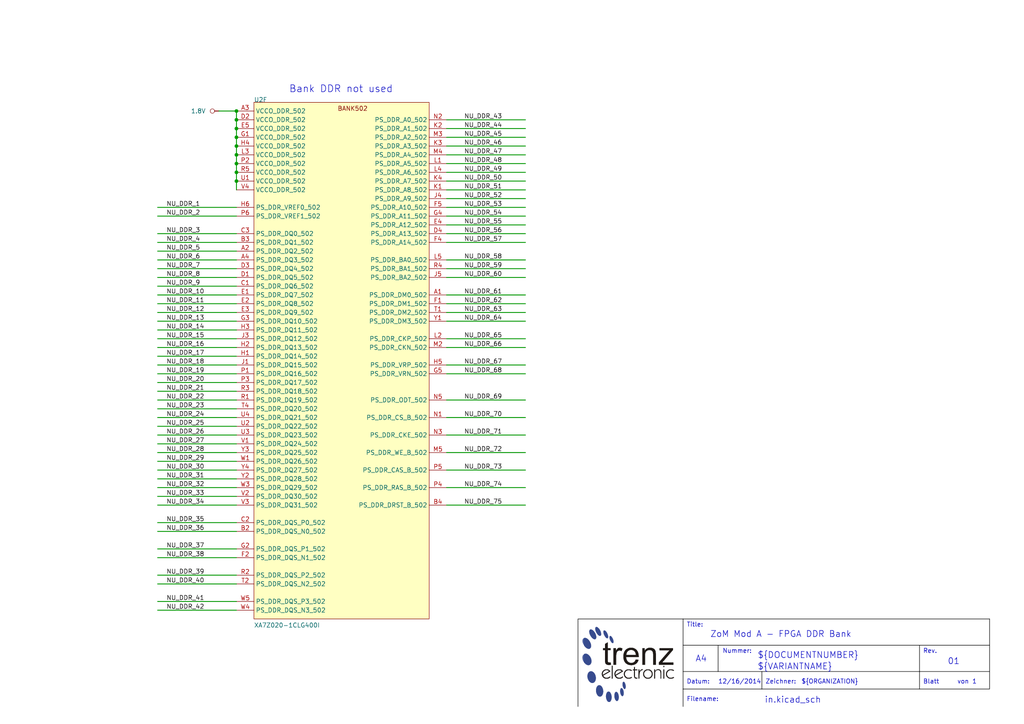
<source format=kicad_sch>
(kicad_sch (version 20230121) (generator eeschema)
  (paper "A4")
  (title_block (title "ZoM Mod A - FPGA DDR Bank") (date "12/16/2014") (rev "01"))
  (lib_symbols
    (symbol "TE0719-altium-import:1.8V" (power)
      (property "Reference" "#PWR" (at 0 0 0))
      (property "Value" "1.8V" (at 0 3.81 0))
      (symbol "1.8V_0_0"
        (circle (center 0 -1.905) (radius 0.635) (stroke (width 0.127)))
        (polyline (pts (xy 0 0) (xy 0 -1.27)) (stroke (width 0.254)))
        (pin power_in line (at 0 0 0) (length 0) hide (name "1.8V") (number ""))
      )
    )
    (symbol "TE0719-altium-import:PS-DDR_0_XC7Z020-2CLG400C"
      (symbol "PS-DDR_0_XC7Z020-2CLG400C_1_0"
        (rectangle (start 30.48 0) (end 0 -81.28) (fill (type background)))
        (text "BANK13" (at 20.32 -2.54 0) (effects (font (size 1.27 1.27)) (justify right bottom)))
        (pin bidirectional line (at -5.08 -60.96 0) (length 5.08) (name "IO_L19P_T3_13") (number "T5"))
        (pin power_in line (at -5.08 -5.08 0) (length 5.08) (name "VCCO_13") (number "T8"))
        (pin bidirectional line (at -5.08 -25.4 0) (length 5.08) (name "IO_L12P_T1_MRCC_13") (number "T9"))
        (pin bidirectional line (at -5.08 -27.94 0) (length 5.08) (name "IO_L12N_T1_MRCC_13") (number "U10"))
        (pin power_in line (at -5.08 -7.62 0) (length 5.08) (name "VCCO_13") (number "U11"))
        (pin bidirectional line (at -5.08 -63.5 0) (length 5.08) (name "IO_L19N_T3_VREF_13") (number "U5"))
        (pin bidirectional line (at -5.08 -20.32 0) (length 5.08) (name "IO_L11P_T1_SRCC_13") (number "U7"))
        (pin bidirectional line (at -5.08 -53.34 0) (length 5.08) (name "IO_L17N_T2_13") (number "U8"))
        (pin bidirectional line (at -5.08 -50.8 0) (length 5.08) (name "IO_L17P_T2_13") (number "U9"))
        (pin bidirectional line (at -5.08 -73.66 0) (length 5.08) (name "IO_L21N_T3_DQS_13") (number "V10"))
        (pin bidirectional line (at -5.08 -71.12 0) (length 5.08) (name "IO_L21P_T3_DQS_13") (number "V11"))
        (pin bidirectional line (at -5.08 -17.78 0) (length 5.08) (name "IO_L6N_T0_VREF_13") (number "V5"))
        (pin bidirectional line (at -5.08 -76.2 0) (length 5.08) (name "IO_L22P_T3_13") (number "V6"))
        (pin bidirectional line (at -5.08 -22.86 0) (length 5.08) (name "IO_L11N_T1_SRCC_13") (number "V7"))
        (pin bidirectional line (at -5.08 -40.64 0) (length 5.08) (name "IO_L15P_T2_DQS_13") (number "V8"))
        (pin bidirectional line (at -5.08 -45.72 0) (length 5.08) (name "IO_L16P_T2_13") (number "W10"))
        (pin bidirectional line (at -5.08 -55.88 0) (length 5.08) (name "IO_L18P_T2_13") (number "W11"))
        (pin bidirectional line (at -5.08 -78.74 0) (length 5.08) (name "IO_L22N_T3_13") (number "W6"))
        (pin power_in line (at -5.08 -10.16 0) (length 5.08) (name "VCCO_13") (number "W7"))
        (pin bidirectional line (at -5.08 -43.18 0) (length 5.08) (name "IO_L15N_T2_DQS_13") (number "W8"))
        (pin bidirectional line (at -5.08 -48.26 0) (length 5.08) (name "IO_L16N_T2_13") (number "W9"))
        (pin power_in line (at -5.08 -12.7 0) (length 5.08) (name "VCCO_13") (number "Y10"))
        (pin bidirectional line (at -5.08 -58.42 0) (length 5.08) (name "IO_L18N_T2_13") (number "Y11"))
        (pin bidirectional line (at -5.08 -66.04 0) (length 5.08) (name "IO_L20P_T3_13") (number "Y12"))
        (pin bidirectional line (at -5.08 -68.58 0) (length 5.08) (name "IO_L20N_T3_13") (number "Y13"))
        (pin bidirectional line (at -5.08 -33.02 0) (length 5.08) (name "IO_L13N_T2_MRCC_13") (number "Y6"))
        (pin bidirectional line (at -5.08 -30.48 0) (length 5.08) (name "IO_L13P_T2_MRCC_13") (number "Y7"))
        (pin bidirectional line (at -5.08 -38.1 0) (length 5.08) (name "IO_L14N_T2_SRCC_13") (number "Y8"))
        (pin bidirectional line (at -5.08 -35.56 0) (length 5.08) (name "IO_L14P_T2_SRCC_13") (number "Y9"))
      )
      (symbol "PS-DDR_0_XC7Z020-2CLG400C_2_0"
        (rectangle (start 58.42 0) (end 0 -81.28) (fill (type background)))
        (text "BANK34" (at 33.02 -2.54 0) (effects (font (size 1.27 1.27)) (justify right bottom)))
        (pin bidirectional line (at 63.5 -71.12 180) (length 5.08) (name "IO_L23P_T3_34") (number "N17"))
        (pin bidirectional line (at 63.5 -20.32 180) (length 5.08) (name "IO_L13P_T2_MRCC_34") (number "N18"))
        (pin power_in line (at -5.08 -5.08 0) (length 5.08) (name "VCCO_34") (number "N19"))
        (pin bidirectional line (at 63.5 -25.4 180) (length 5.08) (name "IO_L14P_T2_SRCC_34") (number "N20"))
        (pin bidirectional line (at -5.08 -60.96 0) (length 5.08) (name "IO_L6P_T0_34") (number "P14"))
        (pin bidirectional line (at 63.5 -76.2 180) (length 5.08) (name "IO_L24P_T3_34") (number "P15"))
        (pin bidirectional line (at 63.5 -78.74 180) (length 5.08) (name "IO_L24N_T3_34") (number "P16"))
        (pin bidirectional line (at 63.5 -73.66 180) (length 5.08) (name "IO_L23N_T3_34") (number "P18"))
        (pin bidirectional line (at 63.5 -22.86 180) (length 5.08) (name "IO_L13N_T2_MRCC_34") (number "P19"))
        (pin bidirectional line (at 63.5 -27.94 180) (length 5.08) (name "IO_L14N_T2_SRCC_34") (number "P20"))
        (pin bidirectional line (at -5.08 -63.5 0) (length 5.08) (name "IO_L6N_T0_VREF_34") (number "R14"))
        (pin power_in line (at -5.08 -7.62 0) (length 5.08) (name "VCCO_34") (number "R15"))
        (pin bidirectional line (at 63.5 -50.8 180) (length 5.08) (name "IO_L19P_T3_34") (number "R16"))
        (pin bidirectional line (at 63.5 -53.34 180) (length 5.08) (name "IO_L19N_T3_VREF_34") (number "R17"))
        (pin bidirectional line (at 63.5 -58.42 180) (length 5.08) (name "IO_L20N_T3_34") (number "R18"))
        (pin bidirectional line (at -5.08 -25.4 0) (length 5.08) (name "IO_0_34") (number "R19"))
        (pin bidirectional line (at -5.08 -38.1 0) (length 5.08) (name "IO_L1N_T0_34") (number "T10"))
        (pin bidirectional line (at -5.08 -35.56 0) (length 5.08) (name "IO_L1P_T0_34") (number "T11"))
        (pin bidirectional line (at -5.08 -40.64 0) (length 5.08) (name "IO_L2P_T0_34") (number "T12"))
        (pin bidirectional line (at -5.08 -55.88 0) (length 5.08) (name "IO_L5P_T0_34") (number "T14"))
        (pin bidirectional line (at -5.08 -58.42 0) (length 5.08) (name "IO_L5N_T0_34") (number "T15"))
        (pin bidirectional line (at -5.08 -76.2 0) (length 5.08) (name "IO_L9P_T1_DQS_34") (number "T16"))
        (pin bidirectional line (at 63.5 -55.88 180) (length 5.08) (name "IO_L20P_T3_34") (number "T17"))
        (pin power_in line (at -5.08 -10.16 0) (length 5.08) (name "VCCO_34") (number "T18"))
        (pin bidirectional line (at -5.08 -30.48 0) (length 5.08) (name "IO_25_34") (number "T19"))
        (pin bidirectional line (at 63.5 -30.48 180) (length 5.08) (name "IO_L15P_T2_DQS_34") (number "T20"))
        (pin bidirectional line (at -5.08 -43.18 0) (length 5.08) (name "IO_L2N_T0_34") (number "U12"))
        (pin bidirectional line (at -5.08 -45.72 0) (length 5.08) (name "IO_L3P_T0_DQS_PUDC_B_34") (number "U13"))
        (pin bidirectional line (at 63.5 -10.16 180) (length 5.08) (name "IO_L11P_T1_SRCC_34") (number "U14"))
        (pin bidirectional line (at 63.5 -12.7 180) (length 5.08) (name "IO_L11N_T1_SRCC_34") (number "U15"))
        (pin bidirectional line (at -5.08 -78.74 0) (length 5.08) (name "IO_L9N_T1_DQS_34") (number "U17"))
        (pin bidirectional line (at 63.5 -15.24 180) (length 5.08) (name "IO_L12P_T1_MRCC_34") (number "U18"))
        (pin bidirectional line (at 63.5 -17.78 180) (length 5.08) (name "IO_L12N_T1_MRCC_34") (number "U19"))
        (pin bidirectional line (at 63.5 -33.02 180) (length 5.08) (name "IO_L15N_T2_DQS_34") (number "U20"))
        (pin bidirectional line (at -5.08 -50.8 0) (length 5.08) (name "IO_L4P_T0_34") (number "V12"))
        (pin bidirectional line (at -5.08 -48.26 0) (length 5.08) (name "IO_L3N_T0_DQS_34") (number "V13"))
        (pin power_in line (at -5.08 -12.7 0) (length 5.08) (name "VCCO_34") (number "V14"))
        (pin bidirectional line (at 63.5 -5.08 180) (length 5.08) (name "IO_L10P_T1_34") (number "V15"))
        (pin bidirectional line (at 63.5 -45.72 180) (length 5.08) (name "IO_L18P_T2_34") (number "V16"))
        (pin bidirectional line (at 63.5 -60.96 180) (length 5.08) (name "IO_L21P_T3_DQS_34") (number "V17"))
        (pin bidirectional line (at 63.5 -63.5 180) (length 5.08) (name "IO_L21N_T3_DQS_34") (number "V18"))
        (pin bidirectional line (at 63.5 -35.56 180) (length 5.08) (name "IO_L16P_T2_34") (number "V20"))
        (pin bidirectional line (at -5.08 -53.34 0) (length 5.08) (name "IO_L4N_T0_34") (number "W13"))
        (pin bidirectional line (at -5.08 -71.12 0) (length 5.08) (name "IO_L8P_T1_34") (number "W14"))
        (pin bidirectional line (at 63.5 -7.62 180) (length 5.08) (name "IO_L10N_T1_34") (number "W15"))
        (pin bidirectional line (at 63.5 -48.26 180) (length 5.08) (name "IO_L18N_T2_34") (number "W16"))
        (pin power_in line (at -5.08 -15.24 0) (length 5.08) (name "VCCO_34") (number "W17"))
        (pin bidirectional line (at 63.5 -66.04 180) (length 5.08) (name "IO_L22P_T3_34") (number "W18"))
        (pin bidirectional line (at 63.5 -68.58 180) (length 5.08) (name "IO_L22N_T3_34") (number "W19"))
        (pin bidirectional line (at 63.5 -38.1 180) (length 5.08) (name "IO_L16N_T2_34") (number "W20"))
        (pin bidirectional line (at -5.08 -73.66 0) (length 5.08) (name "IO_L8N_T1_34") (number "Y14"))
        (pin bidirectional line (at -5.08 -66.04 0) (length 5.08) (name "IO_L7P_T1_34") (number "Y16"))
        (pin bidirectional line (at -5.08 -68.58 0) (length 5.08) (name "IO_L7N_T1_34") (number "Y17"))
        (pin bidirectional line (at 63.5 -40.64 180) (length 5.08) (name "IO_L17P_T2_34") (number "Y18"))
        (pin bidirectional line (at 63.5 -43.18 180) (length 5.08) (name "IO_L17N_T2_34") (number "Y19"))
        (pin power_in line (at -5.08 -17.78 0) (length 5.08) (name "VCCO_34") (number "Y20"))
      )
      (symbol "PS-DDR_0_XC7Z020-2CLG400C_3_0"
        (rectangle (start 58.42 0) (end 0 -81.28) (fill (type background)))
        (text "BANK35" (at 33.02 -2.54 0) (effects (font (size 1.27 1.27)) (justify right bottom)))
        (pin bidirectional line (at -5.08 -43.18 0) (length 5.08) (name "IO_L2N_T0_AD8N_35") (number "A20"))
        (pin bidirectional line (at -5.08 -40.64 0) (length 5.08) (name "IO_L2P_T0_AD8P_35") (number "B19"))
        (pin bidirectional line (at -5.08 -38.1 0) (length 5.08) (name "IO_L1N_T0_AD0N_35") (number "B20"))
        (pin power_in line (at -5.08 -5.08 0) (length 5.08) (name "VCCO_35") (number "C19"))
        (pin bidirectional line (at -5.08 -35.56 0) (length 5.08) (name "IO_L1P_T0_AD0P_35") (number "C20"))
        (pin bidirectional line (at -5.08 -48.26 0) (length 5.08) (name "IO_L3N_T0_DQS_AD1N_35") (number "D18"))
        (pin bidirectional line (at -5.08 -50.8 0) (length 5.08) (name "IO_L4P_T0_35") (number "D19"))
        (pin bidirectional line (at -5.08 -53.34 0) (length 5.08) (name "IO_L4N_T0_35") (number "D20"))
        (pin bidirectional line (at -5.08 -45.72 0) (length 5.08) (name "IO_L3P_T0_DQS_AD1P_35") (number "E17"))
        (pin bidirectional line (at -5.08 -55.88 0) (length 5.08) (name "IO_L5P_T0_AD9P_35") (number "E18"))
        (pin bidirectional line (at -5.08 -58.42 0) (length 5.08) (name "IO_L5N_T0_AD9N_35") (number "E19"))
        (pin bidirectional line (at -5.08 -60.96 0) (length 5.08) (name "IO_L6P_T0_35") (number "F16"))
        (pin bidirectional line (at -5.08 -63.5 0) (length 5.08) (name "IO_L6N_T0_VREF_35") (number "F17"))
        (pin power_in line (at -5.08 -7.62 0) (length 5.08) (name "VCCO_35") (number "F18"))
        (pin bidirectional line (at 63.5 -30.48 180) (length 5.08) (name "IO_L15P_T2_DQS_AD12P_35") (number "F19"))
        (pin bidirectional line (at 63.5 -33.02 180) (length 5.08) (name "IO_L15N_T2_DQS_AD12N_35") (number "F20"))
        (pin bidirectional line (at -5.08 -25.4 0) (length 5.08) (name "IO_0_35") (number "G14"))
        (pin bidirectional line (at 63.5 -53.34 180) (length 5.08) (name "IO_L19N_T3_VREF_35") (number "G15"))
        (pin bidirectional line (at 63.5 -35.56 180) (length 5.08) (name "IO_L16P_T2_35") (number "G17"))
        (pin bidirectional line (at 63.5 -38.1 180) (length 5.08) (name "IO_L16N_T2_35") (number "G18"))
        (pin bidirectional line (at 63.5 -45.72 180) (length 5.08) (name "IO_L18P_T2_AD13P_35") (number "G19"))
        (pin bidirectional line (at 63.5 -48.26 180) (length 5.08) (name "IO_L18N_T2_AD13N_35") (number "G20"))
        (pin power_in line (at -5.08 -10.16 0) (length 5.08) (name "VCCO_35") (number "H14"))
        (pin bidirectional line (at 63.5 -50.8 180) (length 5.08) (name "IO_L19P_T3_35") (number "H15"))
        (pin bidirectional line (at 63.5 -20.32 180) (length 5.08) (name "IO_L13P_T2_MRCC_35") (number "H16"))
        (pin bidirectional line (at 63.5 -22.86 180) (length 5.08) (name "IO_L13N_T2_MRCC_35") (number "H17"))
        (pin bidirectional line (at 63.5 -27.94 180) (length 5.08) (name "IO_L14N_T2_AD4N_SRCC_35") (number "H18"))
        (pin bidirectional line (at 63.5 -43.18 180) (length 5.08) (name "IO_L17N_T2_AD5N_35") (number "H20"))
        (pin bidirectional line (at 63.5 -58.42 180) (length 5.08) (name "IO_L20N_T3_AD6N_35") (number "J14"))
        (pin bidirectional line (at -5.08 -30.48 0) (length 5.08) (name "IO_25_35") (number "J15"))
        (pin bidirectional line (at 63.5 -78.74 180) (length 5.08) (name "IO_L24N_T3_AD15N_35") (number "J16"))
        (pin power_in line (at -5.08 -12.7 0) (length 5.08) (name "VCCO_35") (number "J17"))
        (pin bidirectional line (at 63.5 -25.4 180) (length 5.08) (name "IO_L14P_T2_AD4P_SRCC_35") (number "J18"))
        (pin bidirectional line (at 63.5 -7.62 180) (length 5.08) (name "IO_L10N_T1_AD11N_35") (number "J19"))
        (pin bidirectional line (at 63.5 -40.64 180) (length 5.08) (name "IO_L17P_T2_AD5P_35") (number "J20"))
        (pin bidirectional line (at 63.5 -55.88 180) (length 5.08) (name "IO_L20P_T3_AD6P_35") (number "K14"))
        (pin bidirectional line (at 63.5 -76.2 180) (length 5.08) (name "IO_L24P_T3_AD15P_35") (number "K16"))
        (pin bidirectional line (at 63.5 -15.24 180) (length 5.08) (name "IO_L12P_T1_MRCC_35") (number "K17"))
        (pin bidirectional line (at 63.5 -17.78 180) (length 5.08) (name "IO_L12N_T1_MRCC_35") (number "K18"))
        (pin bidirectional line (at 63.5 -5.08 180) (length 5.08) (name "IO_L10P_T1_AD11P_35") (number "K19"))
        (pin power_in line (at -5.08 -15.24 0) (length 5.08) (name "VCCO_35") (number "K20"))
        (pin bidirectional line (at 63.5 -66.04 180) (length 5.08) (name "IO_L22P_T3_AD7P_35") (number "L14"))
        (pin bidirectional line (at 63.5 -68.58 180) (length 5.08) (name "IO_L22N_T3_AD7N_35") (number "L15"))
        (pin bidirectional line (at 63.5 -10.16 180) (length 5.08) (name "IO_L11P_T1_SRCC_35") (number "L16"))
        (pin bidirectional line (at 63.5 -12.7 180) (length 5.08) (name "IO_L11N_T1_SRCC_35") (number "L17"))
        (pin bidirectional line (at -5.08 -76.2 0) (length 5.08) (name "IO_L9P_T1_DQS_AD3P_35") (number "L19"))
        (pin bidirectional line (at -5.08 -78.74 0) (length 5.08) (name "IO_L9N_T1_DQS_AD3N_35") (number "L20"))
        (pin bidirectional line (at 63.5 -71.12 180) (length 5.08) (name "IO_L23P_T3_35") (number "M14"))
        (pin bidirectional line (at 63.5 -73.66 180) (length 5.08) (name "IO_L23N_T3_35") (number "M15"))
        (pin power_in line (at -5.08 -17.78 0) (length 5.08) (name "VCCO_35") (number "M16"))
        (pin bidirectional line (at -5.08 -71.12 0) (length 5.08) (name "IO_L8P_T1_AD10P_35") (number "M17"))
        (pin bidirectional line (at -5.08 -73.66 0) (length 5.08) (name "IO_L8N_T1_AD10N_35") (number "M18"))
        (pin bidirectional line (at -5.08 -66.04 0) (length 5.08) (name "IO_L7P_T1_AD2P_35") (number "M19"))
        (pin bidirectional line (at -5.08 -68.58 0) (length 5.08) (name "IO_L7N_T1_AD2N_35") (number "M20"))
        (pin bidirectional line (at 63.5 -60.96 180) (length 5.08) (name "IO_L21P_T3_DQS_AD14P_35") (number "N15"))
        (pin bidirectional line (at 63.5 -63.5 180) (length 5.08) (name "IO_L21N_T3_DQS_AD14N_35") (number "N16"))
      )
      (symbol "PS-DDR_0_XC7Z020-2CLG400C_4_0"
        (rectangle (start 45.72 0) (end 0 -35.56) (fill (type background)))
        (text "BANK500" (at 27.94 -2.54 0) (effects (font (size 1.27 1.27)) (justify right bottom)))
        (pin bidirectional line (at 50.8 -10.16 180) (length 5.08) (name "PS_MIO6_500") (number "A5"))
        (pin bidirectional line (at 50.8 -7.62 180) (length 5.08) (name "PS_MIO5_500") (number "A6"))
        (pin bidirectional line (at -5.08 -27.94 0) (length 5.08) (name "PS_MIO1_500") (number "A7"))
        (pin bidirectional line (at 50.8 -17.78 180) (length 5.08) (name "PS_MIO9_500") (number "B5"))
        (pin power_in line (at -5.08 -5.08 0) (length 5.08) (name "VCCO_MIO0_500") (number "B6"))
        (pin bidirectional line (at 50.8 -5.08 180) (length 5.08) (name "PS_MIO4_500") (number "B7"))
        (pin bidirectional line (at -5.08 -30.48 0) (length 5.08) (name "PS_MIO2_500") (number "B8"))
        (pin bidirectional line (at 50.8 -30.48 180) (length 5.08) (name "PS_MIO14_500") (number "C5"))
        (pin bidirectional line (at 50.8 -22.86 180) (length 5.08) (name "PS_MIO11_500") (number "C6"))
        (pin input line (at -5.08 -17.78 0) (length 5.08) (name "PS_POR_B_500") (number "C7"))
        (pin bidirectional line (at 50.8 -33.02 180) (length 5.08) (name "PS_MIO15_500") (number "C8"))
        (pin bidirectional line (at 50.8 -15.24 180) (length 5.08) (name "PS_MIO8_500") (number "D5"))
        (pin bidirectional line (at -5.08 -33.02 0) (length 5.08) (name "PS_MIO3_500") (number "D6"))
        (pin power_in line (at -5.08 -7.62 0) (length 5.08) (name "VCCO_MIO0_500") (number "D7"))
        (pin bidirectional line (at 50.8 -12.7 180) (length 5.08) (name "PS_MIO7_500") (number "D8"))
        (pin bidirectional line (at 50.8 -25.4 180) (length 5.08) (name "PS_MIO12_500") (number "D9"))
        (pin bidirectional line (at -5.08 -25.4 0) (length 5.08) (name "PS_MIO0_500") (number "E6"))
        (pin input line (at -5.08 -12.7 0) (length 5.08) (name "PS_CLK_500") (number "E7"))
        (pin bidirectional line (at 50.8 -27.94 180) (length 5.08) (name "PS_MIO13_500") (number "E8"))
        (pin bidirectional line (at 50.8 -20.32 180) (length 5.08) (name "PS_MIO10_500") (number "E9"))
      )
      (symbol "PS-DDR_0_XC7Z020-2CLG400C_5_0"
        (rectangle (start 50.8 0) (end 0 -66.04) (fill (type background)))
        (text "BANK501" (at 30.48 -2.54 0) (effects (font (size 1.27 1.27)) (justify right bottom)))
        (pin bidirectional line (at 55.88 -22.86 180) (length 5.08) (name "PS_MIO37_501") (number "A10"))
        (pin bidirectional line (at 55.88 -20.32 180) (length 5.08) (name "PS_MIO36_501") (number "A11"))
        (pin bidirectional line (at 55.88 -15.24 180) (length 5.08) (name "PS_MIO34_501") (number "A12"))
        (pin power_in line (at -5.08 -5.08 0) (length 5.08) (name "VCCO_MIO1_501") (number "A13"))
        (pin bidirectional line (at 55.88 -10.16 180) (length 5.08) (name "PS_MIO32_501") (number "A14"))
        (pin bidirectional line (at -5.08 -55.88 0) (length 5.08) (name "PS_MIO26_501") (number "A15"))
        (pin bidirectional line (at -5.08 -50.8 0) (length 5.08) (name "PS_MIO24_501") (number "A16"))
        (pin bidirectional line (at -5.08 -40.64 0) (length 5.08) (name "PS_MIO20_501") (number "A17"))
        (pin bidirectional line (at -5.08 -30.48 0) (length 5.08) (name "PS_MIO16_501") (number "A19"))
        (pin bidirectional line (at 55.88 -38.1 180) (length 5.08) (name "PS_MIO43_501") (number "A9"))
        (pin passive line (at -5.08 -22.86 0) (length 5.08) (name "PS_SRST_B_501") (number "B10"))
        (pin bidirectional line (at 55.88 -50.8 180) (length 5.08) (name "PS_MIO48_501") (number "B12"))
        (pin bidirectional line (at 55.88 -55.88 180) (length 5.08) (name "PS_MIO50_501") (number "B13"))
        (pin bidirectional line (at 55.88 -48.26 180) (length 5.08) (name "PS_MIO47_501") (number "B14"))
        (pin bidirectional line (at 55.88 -43.18 180) (length 5.08) (name "PS_MIO45_501") (number "B15"))
        (pin power_in line (at -5.08 -7.62 0) (length 5.08) (name "VCCO_MIO1_501") (number "B16"))
        (pin bidirectional line (at -5.08 -45.72 0) (length 5.08) (name "PS_MIO22_501") (number "B17"))
        (pin bidirectional line (at -5.08 -35.56 0) (length 5.08) (name "PS_MIO18_501") (number "B18"))
        (pin bidirectional line (at 55.88 -58.42 180) (length 5.08) (name "PS_MIO51_501") (number "B9"))
        (pin bidirectional line (at 55.88 -60.96 180) (length 5.08) (name "PS_MIO52_501") (number "C10"))
        (pin bidirectional line (at 55.88 -63.5 180) (length 5.08) (name "PS_MIO53_501") (number "C11"))
        (pin bidirectional line (at 55.88 -53.34 180) (length 5.08) (name "PS_MIO49_501") (number "C12"))
        (pin bidirectional line (at -5.08 -63.5 0) (length 5.08) (name "PS_MIO29_501") (number "C13"))
        (pin bidirectional line (at 55.88 -5.08 180) (length 5.08) (name "PS_MIO30_501") (number "C15"))
        (pin bidirectional line (at -5.08 -60.96 0) (length 5.08) (name "PS_MIO28_501") (number "C16"))
        (pin bidirectional line (at 55.88 -33.02 180) (length 5.08) (name "PS_MIO41_501") (number "C17"))
        (pin bidirectional line (at 55.88 -27.94 180) (length 5.08) (name "PS_MIO39_501") (number "C18"))
        (pin bidirectional line (at -5.08 -38.1 0) (length 5.08) (name "PS_MIO19_501") (number "D10"))
        (pin bidirectional line (at -5.08 -48.26 0) (length 5.08) (name "PS_MIO23_501") (number "D11"))
        (pin power_in line (at -5.08 -10.16 0) (length 5.08) (name "VCCO_MIO1_501") (number "D12"))
        (pin bidirectional line (at -5.08 -58.42 0) (length 5.08) (name "PS_MIO27_501") (number "D13"))
        (pin bidirectional line (at 55.88 -30.48 180) (length 5.08) (name "PS_MIO40_501") (number "D14"))
        (pin bidirectional line (at 55.88 -12.7 180) (length 5.08) (name "PS_MIO33_501") (number "D15"))
        (pin bidirectional line (at 55.88 -45.72 180) (length 5.08) (name "PS_MIO46_501") (number "D16"))
        (pin bidirectional line (at -5.08 -17.78 0) (length 5.08) (name "PS_MIO_VREF_501") (number "E11"))
        (pin bidirectional line (at 55.88 -35.56 180) (length 5.08) (name "PS_MIO42_501") (number "E12"))
        (pin bidirectional line (at 55.88 -25.4 180) (length 5.08) (name "PS_MIO38_501") (number "E13"))
        (pin bidirectional line (at -5.08 -33.02 0) (length 5.08) (name "PS_MIO17_501") (number "E14"))
        (pin power_in line (at -5.08 -12.7 0) (length 5.08) (name "VCCO_MIO1_501") (number "E15"))
        (pin bidirectional line (at 55.88 -7.62 180) (length 5.08) (name "PS_MIO31_501") (number "E16"))
        (pin bidirectional line (at 55.88 -17.78 180) (length 5.08) (name "PS_MIO35_501") (number "F12"))
        (pin bidirectional line (at 55.88 -40.64 180) (length 5.08) (name "PS_MIO44_501") (number "F13"))
        (pin bidirectional line (at -5.08 -43.18 0) (length 5.08) (name "PS_MIO21_501") (number "F14"))
        (pin bidirectional line (at -5.08 -53.34 0) (length 5.08) (name "PS_MIO25_501") (number "F15"))
      )
      (symbol "PS-DDR_0_XC7Z020-2CLG400C_6_0"
        (rectangle (start 50.8 0) (end 0 -149.86) (fill (type background)))
        (text "BANK502" (at 33.02 -2.54 0) (effects (font (size 1.27 1.27)) (justify right bottom)))
        (pin output line (at 55.88 -55.88 180) (length 5.08) (name "PS_DDR_DM0_502") (number "A1"))
        (pin bidirectional line (at -5.08 -43.18 0) (length 5.08) (name "PS_DDR_DQ2_502") (number "A2"))
        (pin power_in line (at -5.08 -2.54 0) (length 5.08) (name "VCCO_DDR_502") (number "A3"))
        (pin bidirectional line (at -5.08 -45.72 0) (length 5.08) (name "PS_DDR_DQ3_502") (number "A4"))
        (pin bidirectional line (at -5.08 -124.46 0) (length 5.08) (name "PS_DDR_DQS_N0_502") (number "B2"))
        (pin bidirectional line (at -5.08 -40.64 0) (length 5.08) (name "PS_DDR_DQ1_502") (number "B3"))
        (pin output line (at 55.88 -116.84 180) (length 5.08) (name "PS_DDR_DRST_B_502") (number "B4"))
        (pin bidirectional line (at -5.08 -53.34 0) (length 5.08) (name "PS_DDR_DQ6_502") (number "C1"))
        (pin bidirectional line (at -5.08 -121.92 0) (length 5.08) (name "PS_DDR_DQS_P0_502") (number "C2"))
        (pin bidirectional line (at -5.08 -38.1 0) (length 5.08) (name "PS_DDR_DQ0_502") (number "C3"))
        (pin bidirectional line (at -5.08 -50.8 0) (length 5.08) (name "PS_DDR_DQ5_502") (number "D1"))
        (pin power_in line (at -5.08 -5.08 0) (length 5.08) (name "VCCO_DDR_502") (number "D2"))
        (pin bidirectional line (at -5.08 -48.26 0) (length 5.08) (name "PS_DDR_DQ4_502") (number "D3"))
        (pin output line (at 55.88 -38.1 180) (length 5.08) (name "PS_DDR_A13_502") (number "D4"))
        (pin bidirectional line (at -5.08 -55.88 0) (length 5.08) (name "PS_DDR_DQ7_502") (number "E1"))
        (pin bidirectional line (at -5.08 -58.42 0) (length 5.08) (name "PS_DDR_DQ8_502") (number "E2"))
        (pin bidirectional line (at -5.08 -60.96 0) (length 5.08) (name "PS_DDR_DQ9_502") (number "E3"))
        (pin output line (at 55.88 -35.56 180) (length 5.08) (name "PS_DDR_A12_502") (number "E4"))
        (pin power_in line (at -5.08 -7.62 0) (length 5.08) (name "VCCO_DDR_502") (number "E5"))
        (pin output line (at 55.88 -58.42 180) (length 5.08) (name "PS_DDR_DM1_502") (number "F1"))
        (pin bidirectional line (at -5.08 -132.08 0) (length 5.08) (name "PS_DDR_DQS_N1_502") (number "F2"))
        (pin output line (at 55.88 -40.64 180) (length 5.08) (name "PS_DDR_A14_502") (number "F4"))
        (pin output line (at 55.88 -30.48 180) (length 5.08) (name "PS_DDR_A10_502") (number "F5"))
        (pin power_in line (at -5.08 -10.16 0) (length 5.08) (name "VCCO_DDR_502") (number "G1"))
        (pin bidirectional line (at -5.08 -129.54 0) (length 5.08) (name "PS_DDR_DQS_P1_502") (number "G2"))
        (pin bidirectional line (at -5.08 -63.5 0) (length 5.08) (name "PS_DDR_DQ10_502") (number "G3"))
        (pin output line (at 55.88 -33.02 180) (length 5.08) (name "PS_DDR_A11_502") (number "G4"))
        (pin output line (at 55.88 -78.74 180) (length 5.08) (name "PS_DDR_VRN_502") (number "G5"))
        (pin bidirectional line (at -5.08 -73.66 0) (length 5.08) (name "PS_DDR_DQ14_502") (number "H1"))
        (pin bidirectional line (at -5.08 -71.12 0) (length 5.08) (name "PS_DDR_DQ13_502") (number "H2"))
        (pin bidirectional line (at -5.08 -66.04 0) (length 5.08) (name "PS_DDR_DQ11_502") (number "H3"))
        (pin power_in line (at -5.08 -12.7 0) (length 5.08) (name "VCCO_DDR_502") (number "H4"))
        (pin output line (at 55.88 -76.2 180) (length 5.08) (name "PS_DDR_VRP_502") (number "H5"))
        (pin power_in line (at -5.08 -30.48 0) (length 5.08) (name "PS_DDR_VREF0_502") (number "H6"))
        (pin bidirectional line (at -5.08 -76.2 0) (length 5.08) (name "PS_DDR_DQ15_502") (number "J1"))
        (pin bidirectional line (at -5.08 -68.58 0) (length 5.08) (name "PS_DDR_DQ12_502") (number "J3"))
        (pin output line (at 55.88 -27.94 180) (length 5.08) (name "PS_DDR_A9_502") (number "J4"))
        (pin output line (at 55.88 -50.8 180) (length 5.08) (name "PS_DDR_BA2_502") (number "J5"))
        (pin output line (at 55.88 -25.4 180) (length 5.08) (name "PS_DDR_A8_502") (number "K1"))
        (pin output line (at 55.88 -7.62 180) (length 5.08) (name "PS_DDR_A1_502") (number "K2"))
        (pin output line (at 55.88 -12.7 180) (length 5.08) (name "PS_DDR_A3_502") (number "K3"))
        (pin output line (at 55.88 -22.86 180) (length 5.08) (name "PS_DDR_A7_502") (number "K4"))
        (pin output line (at 55.88 -17.78 180) (length 5.08) (name "PS_DDR_A5_502") (number "L1"))
        (pin output line (at 55.88 -68.58 180) (length 5.08) (name "PS_DDR_CKP_502") (number "L2"))
        (pin power_in line (at -5.08 -15.24 0) (length 5.08) (name "VCCO_DDR_502") (number "L3"))
        (pin output line (at 55.88 -20.32 180) (length 5.08) (name "PS_DDR_A6_502") (number "L4"))
        (pin output line (at 55.88 -45.72 180) (length 5.08) (name "PS_DDR_BA0_502") (number "L5"))
        (pin output line (at 55.88 -71.12 180) (length 5.08) (name "PS_DDR_CKN_502") (number "M2"))
        (pin output line (at 55.88 -10.16 180) (length 5.08) (name "PS_DDR_A2_502") (number "M3"))
        (pin output line (at 55.88 -15.24 180) (length 5.08) (name "PS_DDR_A4_502") (number "M4"))
        (pin output line (at 55.88 -101.6 180) (length 5.08) (name "PS_DDR_WE_B_502") (number "M5"))
        (pin output line (at 55.88 -91.44 180) (length 5.08) (name "PS_DDR_CS_B_502") (number "N1"))
        (pin output line (at 55.88 -5.08 180) (length 5.08) (name "PS_DDR_A0_502") (number "N2"))
        (pin output line (at 55.88 -96.52 180) (length 5.08) (name "PS_DDR_CKE_502") (number "N3"))
        (pin output line (at 55.88 -86.36 180) (length 5.08) (name "PS_DDR_ODT_502") (number "N5"))
        (pin bidirectional line (at -5.08 -78.74 0) (length 5.08) (name "PS_DDR_DQ16_502") (number "P1"))
        (pin power_in line (at -5.08 -17.78 0) (length 5.08) (name "VCCO_DDR_502") (number "P2"))
        (pin bidirectional line (at -5.08 -81.28 0) (length 5.08) (name "PS_DDR_DQ17_502") (number "P3"))
        (pin output line (at 55.88 -111.76 180) (length 5.08) (name "PS_DDR_RAS_B_502") (number "P4"))
        (pin output line (at 55.88 -106.68 180) (length 5.08) (name "PS_DDR_CAS_B_502") (number "P5"))
        (pin power_in line (at -5.08 -33.02 0) (length 5.08) (name "PS_DDR_VREF1_502") (number "P6"))
        (pin bidirectional line (at -5.08 -86.36 0) (length 5.08) (name "PS_DDR_DQ19_502") (number "R1"))
        (pin bidirectional line (at -5.08 -137.16 0) (length 5.08) (name "PS_DDR_DQS_P2_502") (number "R2"))
        (pin bidirectional line (at -5.08 -83.82 0) (length 5.08) (name "PS_DDR_DQ18_502") (number "R3"))
        (pin output line (at 55.88 -48.26 180) (length 5.08) (name "PS_DDR_BA1_502") (number "R4"))
        (pin power_in line (at -5.08 -20.32 0) (length 5.08) (name "VCCO_DDR_502") (number "R5"))
        (pin output line (at 55.88 -60.96 180) (length 5.08) (name "PS_DDR_DM2_502") (number "T1"))
        (pin bidirectional line (at -5.08 -139.7 0) (length 5.08) (name "PS_DDR_DQS_N2_502") (number "T2"))
        (pin bidirectional line (at -5.08 -88.9 0) (length 5.08) (name "PS_DDR_DQ20_502") (number "T4"))
        (pin power_in line (at -5.08 -22.86 0) (length 5.08) (name "VCCO_DDR_502") (number "U1"))
        (pin bidirectional line (at -5.08 -93.98 0) (length 5.08) (name "PS_DDR_DQ22_502") (number "U2"))
        (pin bidirectional line (at -5.08 -96.52 0) (length 5.08) (name "PS_DDR_DQ23_502") (number "U3"))
        (pin bidirectional line (at -5.08 -91.44 0) (length 5.08) (name "PS_DDR_DQ21_502") (number "U4"))
        (pin bidirectional line (at -5.08 -99.06 0) (length 5.08) (name "PS_DDR_DQ24_502") (number "V1"))
        (pin bidirectional line (at -5.08 -114.3 0) (length 5.08) (name "PS_DDR_DQ30_502") (number "V2"))
        (pin bidirectional line (at -5.08 -116.84 0) (length 5.08) (name "PS_DDR_DQ31_502") (number "V3"))
        (pin power_in line (at -5.08 -25.4 0) (length 5.08) (name "VCCO_DDR_502") (number "V4"))
        (pin bidirectional line (at -5.08 -104.14 0) (length 5.08) (name "PS_DDR_DQ26_502") (number "W1"))
        (pin bidirectional line (at -5.08 -111.76 0) (length 5.08) (name "PS_DDR_DQ29_502") (number "W3"))
        (pin bidirectional line (at -5.08 -147.32 0) (length 5.08) (name "PS_DDR_DQS_N3_502") (number "W4"))
        (pin bidirectional line (at -5.08 -144.78 0) (length 5.08) (name "PS_DDR_DQS_P3_502") (number "W5"))
        (pin output line (at 55.88 -63.5 180) (length 5.08) (name "PS_DDR_DM3_502") (number "Y1"))
        (pin bidirectional line (at -5.08 -109.22 0) (length 5.08) (name "PS_DDR_DQ28_502") (number "Y2"))
        (pin bidirectional line (at -5.08 -101.6 0) (length 5.08) (name "PS_DDR_DQ25_502") (number "Y3"))
        (pin bidirectional line (at -5.08 -106.68 0) (length 5.08) (name "PS_DDR_DQ27_502") (number "Y4"))
      )
      (symbol "PS-DDR_0_XC7Z020-2CLG400C_7_0"
        (rectangle (start 35.56 0) (end 0 -60.96) (fill (type background)))
        (pin power_in line (at -5.08 -22.86 0) (length 5.08) (name "RSVDGND") (number "F10"))
        (pin power_in line (at -5.08 -7.62 0) (length 5.08) (name "VCCBATT_0") (number "F11"))
        (pin output line (at -5.08 -48.26 0) (length 5.08) (name "TDO_0") (number "F6"))
        (pin input line (at -5.08 -50.8 0) (length 5.08) (name "TCK_0") (number "F9"))
        (pin input line (at -5.08 -45.72 0) (length 5.08) (name "TDI_0") (number "G6"))
        (pin power_in line (at 40.64 -30.48 180) (length 5.08) (name "GNDADC_0") (number "J10"))
        (pin input line (at -5.08 -53.34 0) (length 5.08) (name "TMS_0") (number "J6"))
        (pin power_in line (at 40.64 -2.54 180) (length 5.08) (name "VCCADC_0") (number "J9"))
        (pin bidirectional line (at 40.64 -10.16 180) (length 5.08) (name "VREFN_0") (number "K10"))
        (pin power_in line (at -5.08 -2.54 0) (length 5.08) (name "VCCO_0") (number "K6"))
        (pin input line (at 40.64 -15.24 180) (length 5.08) (name "VP_0") (number "K9"))
        (pin input line (at 40.64 -17.78 180) (length 5.08) (name "VN_0") (number "L10"))
        (pin bidirectional line (at -5.08 -35.56 0) (length 5.08) (name "PROGRAM_B_0") (number "L6"))
        (pin bidirectional line (at 40.64 -7.62 180) (length 5.08) (name "VREFP_0") (number "L9"))
        (pin input line (at 40.64 -25.4 180) (length 5.08) (name "DXN_0") (number "M10"))
        (pin input line (at -5.08 -40.64 0) (length 5.08) (name "CFGBVS_0") (number "M6"))
        (pin input line (at 40.64 -22.86 180) (length 5.08) (name "DXP_0") (number "M9"))
        (pin power_in line (at -5.08 -17.78 0) (length 5.08) (name "RSVDVCC3") (number "N6"))
        (pin input line (at -5.08 -58.42 0) (length 5.08) (name "INIT_B_0") (number "R10"))
        (pin bidirectional line (at -5.08 -30.48 0) (length 5.08) (name "DONE_0") (number "R11"))
        (pin power_in line (at -5.08 -15.24 0) (length 5.08) (name "RSVDVCC2") (number "R6"))
        (pin power_in line (at -5.08 -12.7 0) (length 5.08) (name "RSVDVCC1") (number "T6"))
      )
      (symbol "PS-DDR_0_XC7Z020-2CLG400C_8_0"
        (rectangle (start 33.02 0) (end 0 -121.92) (fill (type background)))
        (pin power_in line (at -5.08 -43.18 0) (length 5.08) (name "GND") (number "A18"))
        (pin power_in line (at -5.08 -40.64 0) (length 5.08) (name "GND") (number "A8"))
        (pin power_in line (at -5.08 -45.72 0) (length 5.08) (name "GND") (number "B1"))
        (pin power_in line (at -5.08 -48.26 0) (length 5.08) (name "GND") (number "B11"))
        (pin power_in line (at -5.08 -53.34 0) (length 5.08) (name "GND") (number "C14"))
        (pin power_in line (at -5.08 -50.8 0) (length 5.08) (name "GND") (number "C4"))
        (pin power_in line (at -5.08 -104.14 0) (length 5.08) (name "GND") (number "C9"))
        (pin power_in line (at -5.08 -58.42 0) (length 5.08) (name "GND") (number "D17"))
        (pin power_in line (at -5.08 -60.96 0) (length 5.08) (name "GND") (number "E10"))
        (pin power_in line (at -5.08 -63.5 0) (length 5.08) (name "GND") (number "E20"))
        (pin power_in line (at -5.08 -66.04 0) (length 5.08) (name "GND") (number "F3"))
        (pin power_in line (at -5.08 -68.58 0) (length 5.08) (name "GND") (number "F7"))
        (pin power_in line (at -5.08 -27.94 0) (length 5.08) (name "VCCPAUX") (number "F8"))
        (pin power_in line (at -5.08 -71.12 0) (length 5.08) (name "GND") (number "G10"))
        (pin power_in line (at 38.1 -27.94 180) (length 5.08) (name "VCCBRAM") (number "G11"))
        (pin power_in line (at -5.08 -73.66 0) (length 5.08) (name "GND") (number "G12"))
        (pin power_in line (at 38.1 -2.54 180) (length 5.08) (name "VCCINT") (number "G13"))
        (pin power_in line (at -5.08 -76.2 0) (length 5.08) (name "GND") (number "G16"))
        (pin power_in line (at 38.1 -35.56 180) (length 5.08) (name "VCCPINT") (number "G7"))
        (pin power_in line (at -5.08 -20.32 0) (length 5.08) (name "VCCPLL") (number "G8"))
        (pin power_in line (at -5.08 -25.4 0) (length 5.08) (name "VCCPAUX") (number "G9"))
        (pin power_in line (at 38.1 -30.48 180) (length 5.08) (name "VCCBRAM") (number "H10"))
        (pin power_in line (at -5.08 -83.82 0) (length 5.08) (name "GND") (number "H11"))
        (pin power_in line (at 38.1 -5.08 180) (length 5.08) (name "VCCINT") (number "H12"))
        (pin power_in line (at -5.08 -86.36 0) (length 5.08) (name "GND") (number "H13"))
        (pin power_in line (at -5.08 -88.9 0) (length 5.08) (name "GND") (number "H19"))
        (pin power_in line (at -5.08 -78.74 0) (length 5.08) (name "GND") (number "H7"))
        (pin power_in line (at -5.08 -30.48 0) (length 5.08) (name "VCCPAUX") (number "H8"))
        (pin power_in line (at -5.08 -81.28 0) (length 5.08) (name "GND") (number "H9"))
        (pin power_in line (at -5.08 -2.54 0) (length 5.08) (name "VCCAUX") (number "J11"))
        (pin power_in line (at -5.08 -96.52 0) (length 5.08) (name "GND") (number "J12"))
        (pin power_in line (at 38.1 -7.62 180) (length 5.08) (name "VCCINT") (number "J13"))
        (pin power_in line (at -5.08 -91.44 0) (length 5.08) (name "GND") (number "J2"))
        (pin power_in line (at 38.1 -38.1 180) (length 5.08) (name "VCCPINT") (number "J7"))
        (pin power_in line (at -5.08 -93.98 0) (length 5.08) (name "GND") (number "J8"))
        (pin power_in line (at -5.08 -55.88 0) (length 5.08) (name "GND") (number "K11"))
        (pin power_in line (at 38.1 -10.16 180) (length 5.08) (name "VCCINT") (number "K12"))
        (pin power_in line (at -5.08 -106.68 0) (length 5.08) (name "GND") (number "K13"))
        (pin power_in line (at -5.08 -109.22 0) (length 5.08) (name "GND") (number "K15"))
        (pin power_in line (at -5.08 -99.06 0) (length 5.08) (name "GND") (number "K5"))
        (pin power_in line (at -5.08 -101.6 0) (length 5.08) (name "GND") (number "K7"))
        (pin power_in line (at -5.08 -33.02 0) (length 5.08) (name "VCCPAUX") (number "K8"))
        (pin power_in line (at -5.08 -5.08 0) (length 5.08) (name "VCCAUX") (number "L11"))
        (pin power_in line (at -5.08 -114.3 0) (length 5.08) (name "GND") (number "L12"))
        (pin power_in line (at 38.1 -12.7 180) (length 5.08) (name "VCCINT") (number "L13"))
        (pin power_in line (at -5.08 -116.84 0) (length 5.08) (name "GND") (number "L18"))
        (pin power_in line (at 38.1 -40.64 180) (length 5.08) (name "VCCPINT") (number "L7"))
        (pin power_in line (at -5.08 -111.76 0) (length 5.08) (name "GND") (number "L8"))
        (pin power_in line (at -5.08 -119.38 0) (length 5.08) (name "GND") (number "M1"))
        (pin power_in line (at 38.1 -55.88 180) (length 5.08) (name "GND") (number "M11"))
        (pin power_in line (at 38.1 -15.24 180) (length 5.08) (name "VCCINT") (number "M12"))
        (pin power_in line (at 38.1 -58.42 180) (length 5.08) (name "GND") (number "M13"))
        (pin power_in line (at 38.1 -53.34 180) (length 5.08) (name "GND") (number "M7"))
        (pin power_in line (at -5.08 -35.56 0) (length 5.08) (name "VCCPAUX") (number "M8"))
        (pin power_in line (at 38.1 -66.04 180) (length 5.08) (name "GND") (number "N10"))
        (pin power_in line (at -5.08 -15.24 0) (length 5.08) (name "VCCAUX") (number "N11"))
        (pin power_in line (at 38.1 -68.58 180) (length 5.08) (name "GND") (number "N12"))
        (pin power_in line (at 38.1 -17.78 180) (length 5.08) (name "VCCINT") (number "N13"))
        (pin power_in line (at 38.1 -71.12 180) (length 5.08) (name "GND") (number "N14"))
        (pin power_in line (at 38.1 -60.96 180) (length 5.08) (name "GND") (number "N4"))
        (pin power_in line (at 38.1 -43.18 180) (length 5.08) (name "VCCPINT") (number "N7"))
        (pin power_in line (at 38.1 -63.5 180) (length 5.08) (name "GND") (number "N8"))
        (pin power_in line (at -5.08 -7.62 0) (length 5.08) (name "VCCAUX") (number "N9"))
        (pin power_in line (at -5.08 -10.16 0) (length 5.08) (name "VCCAUX") (number "P10"))
        (pin power_in line (at 38.1 -78.74 180) (length 5.08) (name "GND") (number "P11"))
        (pin power_in line (at 38.1 -20.32 180) (length 5.08) (name "VCCINT") (number "P12"))
        (pin power_in line (at 38.1 -81.28 180) (length 5.08) (name "GND") (number "P13"))
        (pin power_in line (at 38.1 -83.82 180) (length 5.08) (name "GND") (number "P17"))
        (pin power_in line (at 38.1 -73.66 180) (length 5.08) (name "GND") (number "P7"))
        (pin power_in line (at 38.1 -45.72 180) (length 5.08) (name "VCCPINT") (number "P8"))
        (pin power_in line (at 38.1 -76.2 180) (length 5.08) (name "GND") (number "P9"))
        (pin power_in line (at 38.1 -88.9 180) (length 5.08) (name "GND") (number "R12"))
        (pin power_in line (at 38.1 -22.86 180) (length 5.08) (name "VCCINT") (number "R13"))
        (pin power_in line (at 38.1 -91.44 180) (length 5.08) (name "GND") (number "R20"))
        (pin power_in line (at 38.1 -48.26 180) (length 5.08) (name "VCCPINT") (number "R7"))
        (pin power_in line (at 38.1 -86.36 180) (length 5.08) (name "GND") (number "R8"))
        (pin power_in line (at -5.08 -12.7 0) (length 5.08) (name "VCCAUX") (number "R9"))
        (pin power_in line (at 38.1 -99.06 180) (length 5.08) (name "GND") (number "T13"))
        (pin power_in line (at 38.1 -93.98 180) (length 5.08) (name "GND") (number "T3"))
        (pin power_in line (at 38.1 -96.52 180) (length 5.08) (name "GND") (number "T7"))
        (pin power_in line (at 38.1 -104.14 180) (length 5.08) (name "GND") (number "U16"))
        (pin power_in line (at 38.1 -101.6 180) (length 5.08) (name "GND") (number "U6"))
        (pin power_in line (at 38.1 -109.22 180) (length 5.08) (name "GND") (number "V19"))
        (pin power_in line (at 38.1 -106.68 180) (length 5.08) (name "GND") (number "V9"))
        (pin power_in line (at 38.1 -114.3 180) (length 5.08) (name "GND") (number "W12"))
        (pin power_in line (at 38.1 -111.76 180) (length 5.08) (name "GND") (number "W2"))
        (pin power_in line (at 38.1 -119.38 180) (length 5.08) (name "GND") (number "Y15"))
        (pin power_in line (at 38.1 -116.84 180) (length 5.08) (name "GND") (number "Y5"))
      )
    )
  )
  (junction (at 68.58 44.9072))
  (junction (at 68.58 39.8272))
  (junction (at 68.58 34.7472))
  (junction (at 68.58 49.9872))
  (junction (at 68.58 37.2872))
  (junction (at 68.58 47.4472))
  (junction (at 68.58 32.2072))
  (junction (at 68.58 52.5272))
  (junction (at 68.58 42.3672))
  (wire (pts (xy 152.4 42.3672) (xy 129.54 42.3672)) (stroke (width 0.254)))
  (wire (pts (xy 68.58 138.8872) (xy 45.72 138.8872)) (stroke (width 0.254)))
  (wire (pts (xy 68.58 154.1272) (xy 45.72 154.1272)) (stroke (width 0.254)))
  (wire (pts (xy 68.58 75.3872) (xy 45.72 75.3872)) (stroke (width 0.254)))
  (wire (pts (xy 152.4 131.2672) (xy 129.54 131.2672)) (stroke (width 0.254)))
  (wire (pts (xy 68.58 52.5272) (xy 68.58 55.0672)) (stroke (width 0.254)))
  (wire (pts (xy 68.58 100.7872) (xy 45.72 100.7872)) (stroke (width 0.254)))
  (wire (pts (xy 152.4 126.1872) (xy 129.54 126.1872)) (stroke (width 0.254)))
  (wire (pts (xy 68.58 42.3672) (xy 68.58 44.9072)) (stroke (width 0.254)))
  (wire (pts (xy 152.4 34.7472) (xy 129.54 34.7472)) (stroke (width 0.254)))
  (wire (pts (xy 152.4 88.0872) (xy 129.54 88.0872)) (stroke (width 0.254)))
  (wire (pts (xy 68.58 88.0872) (xy 45.72 88.0872)) (stroke (width 0.254)))
  (wire (pts (xy 152.4 80.4672) (xy 129.54 80.4672)) (stroke (width 0.254)))
  (wire (pts (xy 68.58 146.5072) (xy 45.72 146.5072)) (stroke (width 0.254)))
  (wire (pts (xy 68.58 49.9872) (xy 68.58 52.5272)) (stroke (width 0.254)))
  (wire (pts (xy 68.58 118.5672) (xy 45.72 118.5672)) (stroke (width 0.254)))
  (wire (pts (xy 152.4 37.2872) (xy 129.54 37.2872)) (stroke (width 0.254)))
  (wire (pts (xy 68.58 95.7072) (xy 45.72 95.7072)) (stroke (width 0.254)))
  (wire (pts (xy 68.58 176.9872) (xy 45.72 176.9872)) (stroke (width 0.254)))
  (wire (pts (xy 152.4 49.9872) (xy 129.54 49.9872)) (stroke (width 0.254)))
  (wire (pts (xy 68.58 32.2072) (xy 68.58 34.7472)) (stroke (width 0.254)))
  (wire (pts (xy 68.58 174.4472) (xy 45.72 174.4472)) (stroke (width 0.254)))
  (wire (pts (xy 68.58 166.8272) (xy 45.72 166.8272)) (stroke (width 0.254)))
  (wire (pts (xy 152.4 116.0272) (xy 129.54 116.0272)) (stroke (width 0.254)))
  (wire (pts (xy 68.58 77.9272) (xy 45.72 77.9272)) (stroke (width 0.254)))
  (wire (pts (xy 152.4 105.8672) (xy 129.54 105.8672)) (stroke (width 0.254)))
  (wire (pts (xy 68.58 169.3672) (xy 45.72 169.3672)) (stroke (width 0.254)))
  (wire (pts (xy 68.58 159.2072) (xy 45.72 159.2072)) (stroke (width 0.254)))
  (wire (pts (xy 152.4 85.5472) (xy 129.54 85.5472)) (stroke (width 0.254)))
  (wire (pts (xy 152.4 141.4272) (xy 129.54 141.4272)) (stroke (width 0.254)))
  (wire (pts (xy 68.58 126.1872) (xy 45.72 126.1872)) (stroke (width 0.254)))
  (wire (pts (xy 68.58 44.9072) (xy 68.58 47.4472)) (stroke (width 0.254)))
  (wire (pts (xy 68.58 143.9672) (xy 45.72 143.9672)) (stroke (width 0.254)))
  (wire (pts (xy 68.58 98.2472) (xy 45.72 98.2472)) (stroke (width 0.254)))
  (wire (pts (xy 152.4 62.6872) (xy 129.54 62.6872)) (stroke (width 0.254)))
  (wire (pts (xy 68.58 85.5472) (xy 45.72 85.5472)) (stroke (width 0.254)))
  (wire (pts (xy 68.58 83.0072) (xy 45.72 83.0072)) (stroke (width 0.254)))
  (wire (pts (xy 68.58 37.2872) (xy 68.58 39.8272)) (stroke (width 0.254)))
  (wire (pts (xy 68.58 103.3272) (xy 45.72 103.3272)) (stroke (width 0.254)))
  (wire (pts (xy 152.4 44.9072) (xy 129.54 44.9072)) (stroke (width 0.254)))
  (wire (pts (xy 68.58 72.8472) (xy 45.72 72.8472)) (stroke (width 0.254)))
  (wire (pts (xy 68.58 39.8272) (xy 68.58 42.3672)) (stroke (width 0.254)))
  (wire (pts (xy 152.4 47.4472) (xy 129.54 47.4472)) (stroke (width 0.254)))
  (wire (pts (xy 68.58 151.5872) (xy 45.72 151.5872)) (stroke (width 0.254)))
  (wire (pts (xy 68.58 34.7472) (xy 68.58 37.2872)) (stroke (width 0.254)))
  (wire (pts (xy 152.4 65.2272) (xy 129.54 65.2272)) (stroke (width 0.254)))
  (wire (pts (xy 152.4 146.5072) (xy 129.54 146.5072)) (stroke (width 0.254)))
  (wire (pts (xy 152.4 98.2472) (xy 129.54 98.2472)) (stroke (width 0.254)))
  (wire (pts (xy 68.58 108.4072) (xy 45.72 108.4072)) (stroke (width 0.254)))
  (wire (pts (xy 152.4 100.7872) (xy 129.54 100.7872)) (stroke (width 0.254)))
  (wire (pts (xy 68.58 131.2672) (xy 45.72 131.2672)) (stroke (width 0.254)))
  (wire (pts (xy 68.58 123.6472) (xy 45.72 123.6472)) (stroke (width 0.254)))
  (wire (pts (xy 152.4 57.6072) (xy 129.54 57.6072)) (stroke (width 0.254)))
  (wire (pts (xy 68.58 60.1472) (xy 45.72 60.1472)) (stroke (width 0.254)))
  (wire (pts (xy 68.58 113.4872) (xy 45.72 113.4872)) (stroke (width 0.254)))
  (wire (pts (xy 68.58 116.0272) (xy 45.72 116.0272)) (stroke (width 0.254)))
  (wire (pts (xy 152.4 67.7672) (xy 129.54 67.7672)) (stroke (width 0.254)))
  (wire (pts (xy 152.4 52.5272) (xy 129.54 52.5272)) (stroke (width 0.254)))
  (wire (pts (xy 152.4 55.0672) (xy 129.54 55.0672)) (stroke (width 0.254)))
  (wire (pts (xy 68.58 47.4472) (xy 68.58 49.9872)) (stroke (width 0.254)))
  (wire (pts (xy 68.58 93.1672) (xy 45.72 93.1672)) (stroke (width 0.254)))
  (wire (pts (xy 68.58 62.6872) (xy 45.72 62.6872)) (stroke (width 0.254)))
  (wire (pts (xy 152.4 60.1472) (xy 129.54 60.1472)) (stroke (width 0.254)))
  (wire (pts (xy 68.58 105.8672) (xy 45.72 105.8672)) (stroke (width 0.254)))
  (wire (pts (xy 68.58 141.4272) (xy 45.72 141.4272)) (stroke (width 0.254)))
  (wire (pts (xy 68.58 136.3472) (xy 45.72 136.3472)) (stroke (width 0.254)))
  (wire (pts (xy 68.58 161.7472) (xy 45.72 161.7472)) (stroke (width 0.254)))
  (wire (pts (xy 68.58 121.1072) (xy 45.72 121.1072)) (stroke (width 0.254)))
  (wire (pts (xy 152.4 75.3872) (xy 129.54 75.3872)) (stroke (width 0.254)))
  (wire (pts (xy 68.58 90.6272) (xy 45.72 90.6272)) (stroke (width 0.254)))
  (wire (pts (xy 68.58 67.7672) (xy 45.72 67.7672)) (stroke (width 0.254)))
  (wire (pts (xy 63.5 32.2072) (xy 68.58 32.2072)) (stroke (width 0.254)))
  (wire (pts (xy 68.58 70.3072) (xy 45.72 70.3072)) (stroke (width 0.254)))
  (wire (pts (xy 152.4 108.4072) (xy 129.54 108.4072)) (stroke (width 0.254)))
  (wire (pts (xy 152.4 77.9272) (xy 129.54 77.9272)) (stroke (width 0.254)))
  (wire (pts (xy 152.4 39.8272) (xy 129.54 39.8272)) (stroke (width 0.254)))
  (wire (pts (xy 68.58 133.8072) (xy 45.72 133.8072)) (stroke (width 0.254)))
  (wire (pts (xy 152.4 90.6272) (xy 129.54 90.6272)) (stroke (width 0.254)))
  (wire (pts (xy 68.58 128.7272) (xy 45.72 128.7272)) (stroke (width 0.254)))
  (wire (pts (xy 68.58 110.9472) (xy 45.72 110.9472)) (stroke (width 0.254)))
  (wire (pts (xy 68.58 80.4672) (xy 45.72 80.4672)) (stroke (width 0.254)))
  (wire (pts (xy 152.4 70.3072) (xy 129.54 70.3072)) (stroke (width 0.254)))
  (wire (pts (xy 152.4 93.1672) (xy 129.54 93.1672)) (stroke (width 0.254)))
  (wire (pts (xy 152.4 121.1072) (xy 129.54 121.1072)) (stroke (width 0.254)))
  (wire (pts (xy 152.4 136.3472) (xy 129.54 136.3472)) (stroke (width 0.254)))
  (polyline (pts (xy 266.7 194.7672) (xy 266.7 199.8472)) (stroke (width 0) (type solid) (color 0 0 0 1)))
  (polyline (pts (xy 198.12 199.8472) (xy 287.02 199.8472) (xy 287.02 179.5272)) (stroke (width 0) (type solid) (color 0 0 0 1)))
  (polyline (pts (xy 266.7 194.7672) (xy 266.7 187.1472)) (stroke (width 0) (type solid) (color 0 0 0 1)))
  (polyline (pts (xy 220.98 194.7672) (xy 220.98 199.8472)) (stroke (width 0) (type solid) (color 0 0 0 1)))
  (polyline (pts (xy 198.12 199.8472) (xy 198.12 204.9272)) (stroke (width 0) (type solid) (color 0 0 0 1)))
  (polyline (pts (xy 198.12 199.8472) (xy 198.12 179.5272) (xy 287.02 179.5272)) (stroke (width 0) (type solid) (color 0 0 0 1)))
  (polyline (pts (xy 208.28 187.1472) (xy 208.28 194.7672) (xy 198.12 194.7672)) (stroke (width 0) (type solid) (color 0 0 0 1)))
  (polyline (pts (xy 167.64 204.9272) (xy 167.64 179.5272) (xy 198.12 179.5272)) (stroke (width 0) (type solid) (color 0 0 0 1)))
  (polyline (pts (xy 287.02 187.1472) (xy 198.12 187.1472)) (stroke (width 0) (type solid) (color 0 0 0 1)))
  (polyline (pts (xy 208.28 194.7672) (xy 287.02 194.7672)) (stroke (width 0) (type solid) (color 0 0 0 1)))
  (image (at 182.245 192.7172) (scale 0.698446))
  (text "Zeichner:" (at 221.996 198.5772 0) (effects (font (size 1.27 1.27)) (justify left bottom)))
  (text "${ISSUE_DATE}" (at 208.28 198.5772 0) (effects (font (size 1.27 1.27)) (justify left bottom)))
  (text "Nummer:" (at 209.55 189.6872 0) (effects (font (size 1.27 1.27)) (justify left bottom)))
  (text "${#}" (at 273.05 198.5772 0) (effects (font (size 1.27 1.27)) (justify left bottom)))
  (text "Bank DDR not used" (at 83.82 27.1272 0) (effects (font (size 2.032 2.032)) (justify left bottom)))
  (text "Title:" (at 199.136 182.0672 0) (effects (font (size 1.27 1.27)) (justify left bottom)))
  (text "Rev." (at 267.716 189.6872 0) (effects (font (size 1.27 1.27)) (justify left bottom)))
  (text "A4" (at 201.676 192.2272 0) (effects (font (size 1.778 1.778)) (justify left bottom)))
  (text "${TITLE}" (at 205.994 185.1152 0) (effects (font (size 1.778 1.778)) (justify left bottom)))
  (text "Datum:" (at 199.136 198.5772 0) (effects (font (size 1.27 1.27)) (justify left bottom)))
  (text "Blatt" (at 267.716 198.5772 0) (effects (font (size 1.27 1.27)) (justify left bottom)))
  (text "${FILENAME}" (at 221.742 204.1652 0) (effects (font (size 1.778 1.778)) (justify left bottom)))
  (text "${ORGANIZATION}" (at 232.41 198.5772 0) (effects (font (size 1.27 1.27)) (justify left bottom)))
  (text "${REVISION}" (at 274.828 192.9892 0) (effects (font (size 1.778 1.778)) (justify left bottom)))
  (text "${DOCUMENTNUMBER}" (at 219.71 191.2112 0) (effects (font (size 1.778 1.778)) (justify left bottom)))
  (text "${##}" (at 281.94 198.5772 0) (effects (font (size 1.27 1.27)) (justify left bottom)))
  (text "von" (at 277.622 198.5772 0) (effects (font (size 1.27 1.27)) (justify left bottom)))
  (text "${VARIANTNAME}" (at 219.71 194.5132 0) (effects (font (size 1.778 1.778)) (justify left bottom)))
  (text "Filename:" (at 199.136 203.6572 0) (effects (font (size 1.27 1.27)) (justify left bottom)))
  (label "NU_DDR_39" (at 48.26 166.8272 180))
  (label "NU_DDR_64" (at 134.62 93.1672 180))
  (label "NU_DDR_71" (at 134.62 126.1872 180))
  (label "NU_DDR_44" (at 134.62 37.2872 180))
  (label "NU_DDR_6" (at 48.26 75.3872 180))
  (label "NU_DDR_26" (at 48.26 126.1872 180))
  (label "NU_DDR_29" (at 48.26 133.8072 180))
  (label "NU_DDR_35" (at 48.26 151.5872 180))
  (label "NU_DDR_16" (at 48.26 100.7872 180))
  (label "NU_DDR_51" (at 134.62 55.0672 180))
  (label "NU_DDR_50" (at 134.62 52.5272 180))
  (label "NU_DDR_10" (at 48.26 85.5472 180))
  (label "NU_DDR_18" (at 48.26 105.8672 180))
  (label "NU_DDR_42" (at 48.26 176.9872 180))
  (label "NU_DDR_28" (at 48.26 131.2672 180))
  (label "NU_DDR_62" (at 134.62 88.0872 180))
  (label "NU_DDR_1" (at 48.26 60.1472 180))
  (label "NU_DDR_13" (at 48.26 93.1672 180))
  (label "NU_DDR_46" (at 134.62 42.3672 180))
  (label "NU_DDR_19" (at 48.26 108.4072 180))
  (label "NU_DDR_74" (at 134.62 141.4272 180))
  (label "NU_DDR_11" (at 48.26 88.0872 180))
  (label "NU_DDR_8" (at 48.26 80.4672 180))
  (label "NU_DDR_58" (at 134.62 75.3872 180))
  (label "NU_DDR_47" (at 134.62 44.9072 180))
  (label "NU_DDR_56" (at 134.62 67.7672 180))
  (label "NU_DDR_27" (at 48.26 128.7272 180))
  (label "NU_DDR_23" (at 48.26 118.5672 180))
  (label "NU_DDR_43" (at 134.62 34.7472 180))
  (label "NU_DDR_14" (at 48.26 95.7072 180))
  (label "NU_DDR_52" (at 134.62 57.6072 180))
  (label "NU_DDR_75" (at 134.62 146.5072 180))
  (label "NU_DDR_9" (at 48.26 83.0072 180))
  (label "NU_DDR_49" (at 134.62 49.9872 180))
  (label "NU_DDR_20" (at 48.26 110.9472 180))
  (label "NU_DDR_55" (at 134.62 65.2272 180))
  (label "NU_DDR_65" (at 134.62 98.2472 180))
  (label "NU_DDR_5" (at 48.26 72.8472 180))
  (label "NU_DDR_70" (at 134.62 121.1072 180))
  (label "NU_DDR_22" (at 48.26 116.0272 180))
  (label "NU_DDR_31" (at 48.26 138.8872 180))
  (label "NU_DDR_7" (at 48.26 77.9272 180))
  (label "NU_DDR_63" (at 134.62 90.6272 180))
  (label "NU_DDR_38" (at 48.26 161.7472 180))
  (label "NU_DDR_67" (at 134.62 105.8672 180))
  (label "NU_DDR_25" (at 48.26 123.6472 180))
  (label "NU_DDR_57" (at 134.62 70.3072 180))
  (label "NU_DDR_37" (at 48.26 159.2072 180))
  (label "NU_DDR_17" (at 48.26 103.3272 180))
  (label "NU_DDR_15" (at 48.26 98.2472 180))
  (label "NU_DDR_48" (at 134.62 47.4472 180))
  (label "NU_DDR_45" (at 134.62 39.8272 180))
  (label "NU_DDR_66" (at 134.62 100.7872 180))
  (label "NU_DDR_40" (at 48.26 169.3672 180))
  (label "NU_DDR_32" (at 48.26 141.4272 180))
  (label "NU_DDR_2" (at 48.26 62.6872 180))
  (label "NU_DDR_73" (at 134.62 136.3472 180))
  (label "NU_DDR_68" (at 134.62 108.4072 180))
  (label "NU_DDR_33" (at 48.26 143.9672 180))
  (label "NU_DDR_60" (at 134.62 80.4672 180))
  (label "NU_DDR_12" (at 48.26 90.6272 180))
  (label "NU_DDR_69" (at 134.62 116.0272 180))
  (label "NU_DDR_59" (at 134.62 77.9272 180))
  (label "NU_DDR_30" (at 48.26 136.3472 180))
  (label "NU_DDR_34" (at 48.26 146.5072 180))
  (label "NU_DDR_41" (at 48.26 174.4472 180))
  (label "NU_DDR_54" (at 134.62 62.6872 180))
  (label "NU_DDR_4" (at 48.26 70.3072 180))
  (label "NU_DDR_36" (at 48.26 154.1272 180))
  (label "NU_DDR_72" (at 134.62 131.2672 180))
  (label "NU_DDR_24" (at 48.26 121.1072 180))
  (label "NU_DDR_21" (at 48.26 113.4872 180))
  (label "NU_DDR_3" (at 48.26 67.7672 180))
  (label "NU_DDR_61" (at 134.62 85.5472 180))
  (label "NU_DDR_53" (at 134.62 60.1472 180))
  (symbol (lib_id "TE0719-altium-import:PS-DDR_0_XC7Z020-2CLG400C") (at 73.66 29.6672 0) (unit 6)
    (property "Reference" "U2" (at 73.66 29.6672 0) (effects (justify left bottom)))
    (property "Value" "XA7Z020-1CLG400I" (at 73.66 182.0672 0) (effects (justify left bottom)))
    (property "Footprint" "BGA400C80P20X20_1700X1700X160N" (effects hide))
    (property "AN" "25981" (effects hide))
    (property "CASE" "CLG400" (effects hide))
    (property "MIXED" "SMT" (effects hide))
    (property "TRENZ-STOCK" "Yes" (effects hide))
    (property "HELPURL" "B~{:}A~{D}adli~{b}datashee~{t}XC7" (effects hide))
  )
  (symbol (lib_id "TE0719-altium-import:1.8V") (at 63.5 32.2072 270) (unit 1)
    (property "Reference" "#PWR?" (effects hide))
    (property "Value" "1.8V" (at 59.69 32.2072 90) (effects (justify right)))
  )
)
</source>
